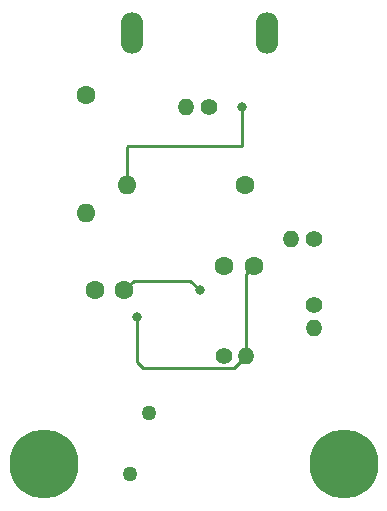
<source format=gbr>
G04 #@! TF.GenerationSoftware,KiCad,Pcbnew,(5.1.5)-3*
G04 #@! TF.CreationDate,2020-03-11T21:27:21-07:00*
G04 #@! TF.ProjectId,lab3,6c616233-2e6b-4696-9361-645f70636258,v01*
G04 #@! TF.SameCoordinates,Original*
G04 #@! TF.FileFunction,Copper,L2,Bot*
G04 #@! TF.FilePolarity,Positive*
%FSLAX46Y46*%
G04 Gerber Fmt 4.6, Leading zero omitted, Abs format (unit mm)*
G04 Created by KiCad (PCBNEW (5.1.5)-3) date 2020-03-11 21:27:21*
%MOMM*%
%LPD*%
G04 APERTURE LIST*
%ADD10C,1.270000*%
%ADD11O,1.400000X1.400000*%
%ADD12C,1.400000*%
%ADD13O,1.600000X1.600000*%
%ADD14C,1.600000*%
%ADD15O,1.900000X3.500000*%
%ADD16C,5.842000*%
%ADD17C,0.800000*%
%ADD18C,0.250000*%
G04 APERTURE END LIST*
D10*
X146558000Y-99822000D03*
X144958000Y-104922000D03*
D11*
X154808000Y-94996000D03*
D12*
X152908000Y-94996000D03*
D11*
X158628000Y-85090000D03*
D12*
X160528000Y-85090000D03*
D11*
X149738000Y-73914000D03*
D12*
X151638000Y-73914000D03*
D11*
X160528000Y-92578000D03*
D12*
X160528000Y-90678000D03*
D13*
X141224000Y-82898000D03*
D14*
X141224000Y-72898000D03*
D13*
X144686000Y-80518000D03*
D14*
X154686000Y-80518000D03*
X152948000Y-87376000D03*
X155448000Y-87376000D03*
X144486000Y-89408000D03*
X141986000Y-89408000D03*
D15*
X156576000Y-67606000D03*
X145176000Y-67606000D03*
D16*
X137668000Y-104140000D03*
X163068000Y-104140000D03*
D17*
X150876000Y-89408000D03*
X145542000Y-91694000D03*
X154432000Y-73914000D03*
D18*
X145285999Y-88608001D02*
X150076001Y-88608001D01*
X144486000Y-89408000D02*
X145285999Y-88608001D01*
X150076001Y-88608001D02*
X150876000Y-89408000D01*
X150876000Y-89408000D02*
X150876000Y-89408000D01*
X154808000Y-88016000D02*
X155448000Y-87376000D01*
X154808000Y-94996000D02*
X154808000Y-88016000D01*
X153782999Y-96021001D02*
X146059001Y-96021001D01*
X154808000Y-94996000D02*
X153782999Y-96021001D01*
X146059001Y-96021001D02*
X145542000Y-95504000D01*
X145542000Y-95504000D02*
X145542000Y-91694000D01*
X145542000Y-91694000D02*
X145542000Y-91694000D01*
X144686000Y-80518000D02*
X144686000Y-77310000D01*
X144686000Y-77310000D02*
X144780000Y-77216000D01*
X144780000Y-77216000D02*
X154432000Y-77216000D01*
X154432000Y-77216000D02*
X154432000Y-73914000D01*
X154432000Y-73914000D02*
X154432000Y-73914000D01*
M02*

</source>
